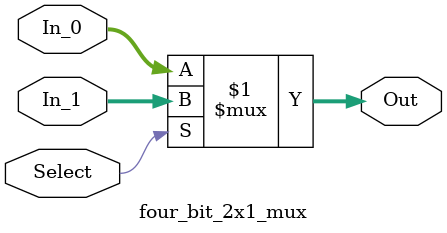
<source format=v>
module four_bit_2x1_mux(In_1, In_0, Select, Out);
	input [3:0] In_1;
	input [3:0] In_0;
	input Select;
	output [3:0] Out;


	assign Out=Select? In_1:In_0;

	// this code is really simple and elegant as my wife if i had one
	// anyways it means that if select 1 choose ın1  and if select 0 choose ın0 
	
	// Your code goes here.  DO NOT change anything that is already given! Otherwise, you will not be able to pass the tests!
	
endmodule
</source>
